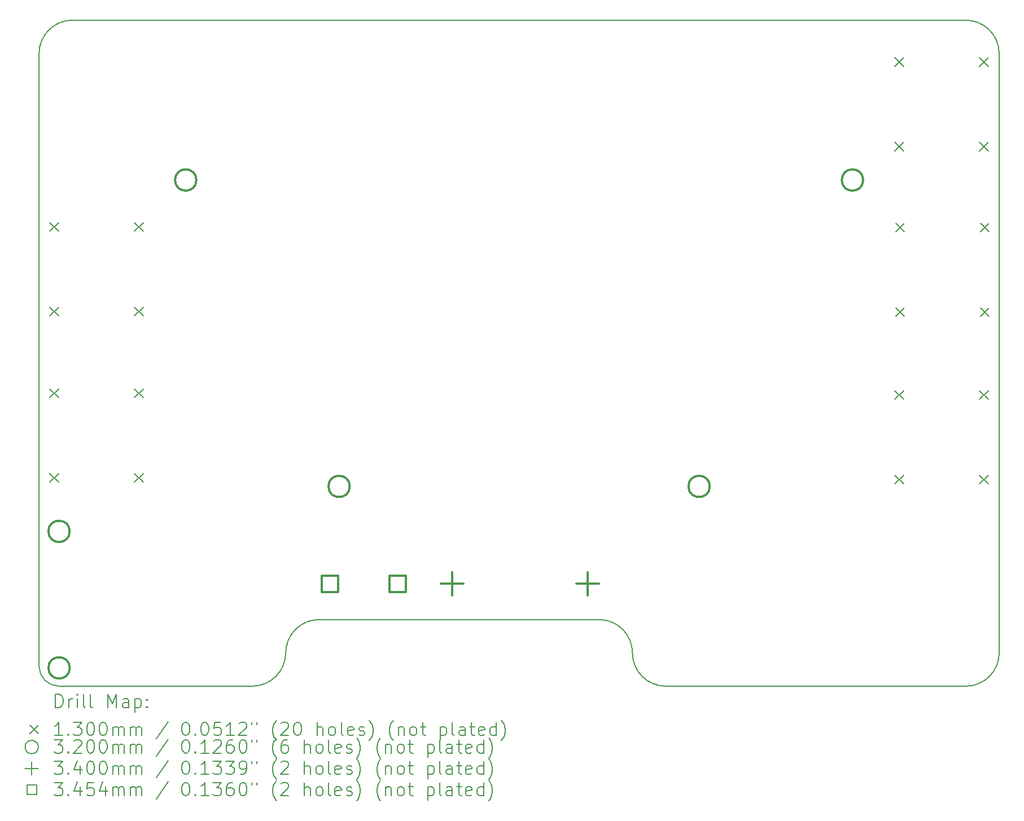
<source format=gbr>
%TF.GenerationSoftware,KiCad,Pcbnew,(6.0.7-1)-1*%
%TF.CreationDate,2022-12-01T13:22:50-08:00*%
%TF.ProjectId,UrbanSteering,55726261-6e53-4746-9565-72696e672e6b,rev?*%
%TF.SameCoordinates,Original*%
%TF.FileFunction,Drillmap*%
%TF.FilePolarity,Positive*%
%FSLAX45Y45*%
G04 Gerber Fmt 4.5, Leading zero omitted, Abs format (unit mm)*
G04 Created by KiCad (PCBNEW (6.0.7-1)-1) date 2022-12-01 13:22:50*
%MOMM*%
%LPD*%
G01*
G04 APERTURE LIST*
%ADD10C,0.200000*%
%ADD11C,0.050000*%
%ADD12C,0.130000*%
%ADD13C,0.320000*%
%ADD14C,0.340000*%
%ADD15C,0.345440*%
G04 APERTURE END LIST*
D10*
X13200000Y-15000000D02*
X10300000Y-15000000D01*
X13200000Y-15000000D02*
G75*
G03*
X13700000Y-14500000I-5738J505738D01*
G01*
X10500000Y-5000000D02*
G75*
G03*
X10000000Y-5500000I0J-500000D01*
G01*
X10000000Y-14700000D02*
G75*
G03*
X10300000Y-15000000I300000J0D01*
G01*
X23900000Y-15000000D02*
X19400000Y-15000000D01*
X14200000Y-14000000D02*
X18400000Y-14000000D01*
X14200000Y-14000000D02*
G75*
G03*
X13700000Y-14500000I0J-500000D01*
G01*
X10000000Y-14700000D02*
X10000000Y-5500000D01*
X24400000Y-14500000D02*
X24400000Y-5500000D01*
X24400000Y-5500000D02*
G75*
G03*
X23900000Y-5000000I-500000J0D01*
G01*
D11*
X13700000Y-14500000D02*
X13700000Y-14500000D01*
D10*
X18900000Y-14500000D02*
G75*
G03*
X18400000Y-14000000I-500000J0D01*
G01*
X23900000Y-15000000D02*
G75*
G03*
X24400000Y-14500000I0J500000D01*
G01*
X18900000Y-14500000D02*
G75*
G03*
X19400000Y-15000000I500000J0D01*
G01*
X10500000Y-5000000D02*
X23900000Y-5000000D01*
D12*
X10162000Y-8038000D02*
X10292000Y-8168000D01*
X10292000Y-8038000D02*
X10162000Y-8168000D01*
X10162000Y-9308000D02*
X10292000Y-9438000D01*
X10292000Y-9308000D02*
X10162000Y-9438000D01*
X10162000Y-10538000D02*
X10292000Y-10668000D01*
X10292000Y-10538000D02*
X10162000Y-10668000D01*
X10162000Y-11808000D02*
X10292000Y-11938000D01*
X10292000Y-11808000D02*
X10162000Y-11938000D01*
X11432000Y-8038000D02*
X11562000Y-8168000D01*
X11562000Y-8038000D02*
X11432000Y-8168000D01*
X11432000Y-9308000D02*
X11562000Y-9438000D01*
X11562000Y-9308000D02*
X11432000Y-9438000D01*
X11432000Y-10538000D02*
X11562000Y-10668000D01*
X11562000Y-10538000D02*
X11432000Y-10668000D01*
X11432000Y-11808000D02*
X11562000Y-11938000D01*
X11562000Y-11808000D02*
X11432000Y-11938000D01*
X22838000Y-5562000D02*
X22968000Y-5692000D01*
X22968000Y-5562000D02*
X22838000Y-5692000D01*
X22838000Y-6832000D02*
X22968000Y-6962000D01*
X22968000Y-6832000D02*
X22838000Y-6962000D01*
X22838000Y-10562000D02*
X22968000Y-10692000D01*
X22968000Y-10562000D02*
X22838000Y-10692000D01*
X22838000Y-11832000D02*
X22968000Y-11962000D01*
X22968000Y-11832000D02*
X22838000Y-11962000D01*
X22850000Y-8050000D02*
X22980000Y-8180000D01*
X22980000Y-8050000D02*
X22850000Y-8180000D01*
X22850000Y-9320000D02*
X22980000Y-9450000D01*
X22980000Y-9320000D02*
X22850000Y-9450000D01*
X24108000Y-5562000D02*
X24238000Y-5692000D01*
X24238000Y-5562000D02*
X24108000Y-5692000D01*
X24108000Y-6832000D02*
X24238000Y-6962000D01*
X24238000Y-6832000D02*
X24108000Y-6962000D01*
X24108000Y-10562000D02*
X24238000Y-10692000D01*
X24238000Y-10562000D02*
X24108000Y-10692000D01*
X24108000Y-11832000D02*
X24238000Y-11962000D01*
X24238000Y-11832000D02*
X24108000Y-11962000D01*
X24120000Y-8050000D02*
X24250000Y-8180000D01*
X24250000Y-8050000D02*
X24120000Y-8180000D01*
X24120000Y-9320000D02*
X24250000Y-9450000D01*
X24250000Y-9320000D02*
X24120000Y-9450000D01*
D13*
X10460000Y-12675000D02*
G75*
G03*
X10460000Y-12675000I-160000J0D01*
G01*
X10460000Y-14725000D02*
G75*
G03*
X10460000Y-14725000I-160000J0D01*
G01*
X12360000Y-7400000D02*
G75*
G03*
X12360000Y-7400000I-160000J0D01*
G01*
X14660000Y-12000000D02*
G75*
G03*
X14660000Y-12000000I-160000J0D01*
G01*
X20060000Y-12000000D02*
G75*
G03*
X20060000Y-12000000I-160000J0D01*
G01*
X22360000Y-7400000D02*
G75*
G03*
X22360000Y-7400000I-160000J0D01*
G01*
D14*
X16195000Y-13294000D02*
X16195000Y-13634000D01*
X16025000Y-13464000D02*
X16365000Y-13464000D01*
X18227000Y-13294000D02*
X18227000Y-13634000D01*
X18057000Y-13464000D02*
X18397000Y-13464000D01*
D15*
X14483133Y-13586133D02*
X14483133Y-13341867D01*
X14238867Y-13341867D01*
X14238867Y-13586133D01*
X14483133Y-13586133D01*
X15499133Y-13586133D02*
X15499133Y-13341867D01*
X15254867Y-13341867D01*
X15254867Y-13586133D01*
X15499133Y-13586133D01*
D10*
X10247619Y-15320476D02*
X10247619Y-15120476D01*
X10295238Y-15120476D01*
X10323810Y-15130000D01*
X10342857Y-15149048D01*
X10352381Y-15168095D01*
X10361905Y-15206190D01*
X10361905Y-15234762D01*
X10352381Y-15272857D01*
X10342857Y-15291905D01*
X10323810Y-15310952D01*
X10295238Y-15320476D01*
X10247619Y-15320476D01*
X10447619Y-15320476D02*
X10447619Y-15187143D01*
X10447619Y-15225238D02*
X10457143Y-15206190D01*
X10466667Y-15196667D01*
X10485714Y-15187143D01*
X10504762Y-15187143D01*
X10571429Y-15320476D02*
X10571429Y-15187143D01*
X10571429Y-15120476D02*
X10561905Y-15130000D01*
X10571429Y-15139524D01*
X10580952Y-15130000D01*
X10571429Y-15120476D01*
X10571429Y-15139524D01*
X10695238Y-15320476D02*
X10676190Y-15310952D01*
X10666667Y-15291905D01*
X10666667Y-15120476D01*
X10800000Y-15320476D02*
X10780952Y-15310952D01*
X10771429Y-15291905D01*
X10771429Y-15120476D01*
X11028571Y-15320476D02*
X11028571Y-15120476D01*
X11095238Y-15263333D01*
X11161905Y-15120476D01*
X11161905Y-15320476D01*
X11342857Y-15320476D02*
X11342857Y-15215714D01*
X11333333Y-15196667D01*
X11314286Y-15187143D01*
X11276190Y-15187143D01*
X11257143Y-15196667D01*
X11342857Y-15310952D02*
X11323809Y-15320476D01*
X11276190Y-15320476D01*
X11257143Y-15310952D01*
X11247619Y-15291905D01*
X11247619Y-15272857D01*
X11257143Y-15253809D01*
X11276190Y-15244286D01*
X11323809Y-15244286D01*
X11342857Y-15234762D01*
X11438095Y-15187143D02*
X11438095Y-15387143D01*
X11438095Y-15196667D02*
X11457143Y-15187143D01*
X11495238Y-15187143D01*
X11514286Y-15196667D01*
X11523809Y-15206190D01*
X11533333Y-15225238D01*
X11533333Y-15282381D01*
X11523809Y-15301428D01*
X11514286Y-15310952D01*
X11495238Y-15320476D01*
X11457143Y-15320476D01*
X11438095Y-15310952D01*
X11619048Y-15301428D02*
X11628571Y-15310952D01*
X11619048Y-15320476D01*
X11609524Y-15310952D01*
X11619048Y-15301428D01*
X11619048Y-15320476D01*
X11619048Y-15196667D02*
X11628571Y-15206190D01*
X11619048Y-15215714D01*
X11609524Y-15206190D01*
X11619048Y-15196667D01*
X11619048Y-15215714D01*
D12*
X9860000Y-15585000D02*
X9990000Y-15715000D01*
X9990000Y-15585000D02*
X9860000Y-15715000D01*
D10*
X10352381Y-15740476D02*
X10238095Y-15740476D01*
X10295238Y-15740476D02*
X10295238Y-15540476D01*
X10276190Y-15569048D01*
X10257143Y-15588095D01*
X10238095Y-15597619D01*
X10438095Y-15721428D02*
X10447619Y-15730952D01*
X10438095Y-15740476D01*
X10428571Y-15730952D01*
X10438095Y-15721428D01*
X10438095Y-15740476D01*
X10514286Y-15540476D02*
X10638095Y-15540476D01*
X10571429Y-15616667D01*
X10600000Y-15616667D01*
X10619048Y-15626190D01*
X10628571Y-15635714D01*
X10638095Y-15654762D01*
X10638095Y-15702381D01*
X10628571Y-15721428D01*
X10619048Y-15730952D01*
X10600000Y-15740476D01*
X10542857Y-15740476D01*
X10523810Y-15730952D01*
X10514286Y-15721428D01*
X10761905Y-15540476D02*
X10780952Y-15540476D01*
X10800000Y-15550000D01*
X10809524Y-15559524D01*
X10819048Y-15578571D01*
X10828571Y-15616667D01*
X10828571Y-15664286D01*
X10819048Y-15702381D01*
X10809524Y-15721428D01*
X10800000Y-15730952D01*
X10780952Y-15740476D01*
X10761905Y-15740476D01*
X10742857Y-15730952D01*
X10733333Y-15721428D01*
X10723810Y-15702381D01*
X10714286Y-15664286D01*
X10714286Y-15616667D01*
X10723810Y-15578571D01*
X10733333Y-15559524D01*
X10742857Y-15550000D01*
X10761905Y-15540476D01*
X10952381Y-15540476D02*
X10971429Y-15540476D01*
X10990476Y-15550000D01*
X11000000Y-15559524D01*
X11009524Y-15578571D01*
X11019048Y-15616667D01*
X11019048Y-15664286D01*
X11009524Y-15702381D01*
X11000000Y-15721428D01*
X10990476Y-15730952D01*
X10971429Y-15740476D01*
X10952381Y-15740476D01*
X10933333Y-15730952D01*
X10923810Y-15721428D01*
X10914286Y-15702381D01*
X10904762Y-15664286D01*
X10904762Y-15616667D01*
X10914286Y-15578571D01*
X10923810Y-15559524D01*
X10933333Y-15550000D01*
X10952381Y-15540476D01*
X11104762Y-15740476D02*
X11104762Y-15607143D01*
X11104762Y-15626190D02*
X11114286Y-15616667D01*
X11133333Y-15607143D01*
X11161905Y-15607143D01*
X11180952Y-15616667D01*
X11190476Y-15635714D01*
X11190476Y-15740476D01*
X11190476Y-15635714D02*
X11200000Y-15616667D01*
X11219048Y-15607143D01*
X11247619Y-15607143D01*
X11266667Y-15616667D01*
X11276190Y-15635714D01*
X11276190Y-15740476D01*
X11371428Y-15740476D02*
X11371428Y-15607143D01*
X11371428Y-15626190D02*
X11380952Y-15616667D01*
X11400000Y-15607143D01*
X11428571Y-15607143D01*
X11447619Y-15616667D01*
X11457143Y-15635714D01*
X11457143Y-15740476D01*
X11457143Y-15635714D02*
X11466667Y-15616667D01*
X11485714Y-15607143D01*
X11514286Y-15607143D01*
X11533333Y-15616667D01*
X11542857Y-15635714D01*
X11542857Y-15740476D01*
X11933333Y-15530952D02*
X11761905Y-15788095D01*
X12190476Y-15540476D02*
X12209524Y-15540476D01*
X12228571Y-15550000D01*
X12238095Y-15559524D01*
X12247619Y-15578571D01*
X12257143Y-15616667D01*
X12257143Y-15664286D01*
X12247619Y-15702381D01*
X12238095Y-15721428D01*
X12228571Y-15730952D01*
X12209524Y-15740476D01*
X12190476Y-15740476D01*
X12171428Y-15730952D01*
X12161905Y-15721428D01*
X12152381Y-15702381D01*
X12142857Y-15664286D01*
X12142857Y-15616667D01*
X12152381Y-15578571D01*
X12161905Y-15559524D01*
X12171428Y-15550000D01*
X12190476Y-15540476D01*
X12342857Y-15721428D02*
X12352381Y-15730952D01*
X12342857Y-15740476D01*
X12333333Y-15730952D01*
X12342857Y-15721428D01*
X12342857Y-15740476D01*
X12476190Y-15540476D02*
X12495238Y-15540476D01*
X12514286Y-15550000D01*
X12523809Y-15559524D01*
X12533333Y-15578571D01*
X12542857Y-15616667D01*
X12542857Y-15664286D01*
X12533333Y-15702381D01*
X12523809Y-15721428D01*
X12514286Y-15730952D01*
X12495238Y-15740476D01*
X12476190Y-15740476D01*
X12457143Y-15730952D01*
X12447619Y-15721428D01*
X12438095Y-15702381D01*
X12428571Y-15664286D01*
X12428571Y-15616667D01*
X12438095Y-15578571D01*
X12447619Y-15559524D01*
X12457143Y-15550000D01*
X12476190Y-15540476D01*
X12723809Y-15540476D02*
X12628571Y-15540476D01*
X12619048Y-15635714D01*
X12628571Y-15626190D01*
X12647619Y-15616667D01*
X12695238Y-15616667D01*
X12714286Y-15626190D01*
X12723809Y-15635714D01*
X12733333Y-15654762D01*
X12733333Y-15702381D01*
X12723809Y-15721428D01*
X12714286Y-15730952D01*
X12695238Y-15740476D01*
X12647619Y-15740476D01*
X12628571Y-15730952D01*
X12619048Y-15721428D01*
X12923809Y-15740476D02*
X12809524Y-15740476D01*
X12866667Y-15740476D02*
X12866667Y-15540476D01*
X12847619Y-15569048D01*
X12828571Y-15588095D01*
X12809524Y-15597619D01*
X13000000Y-15559524D02*
X13009524Y-15550000D01*
X13028571Y-15540476D01*
X13076190Y-15540476D01*
X13095238Y-15550000D01*
X13104762Y-15559524D01*
X13114286Y-15578571D01*
X13114286Y-15597619D01*
X13104762Y-15626190D01*
X12990476Y-15740476D01*
X13114286Y-15740476D01*
X13190476Y-15540476D02*
X13190476Y-15578571D01*
X13266667Y-15540476D02*
X13266667Y-15578571D01*
X13561905Y-15816667D02*
X13552381Y-15807143D01*
X13533333Y-15778571D01*
X13523809Y-15759524D01*
X13514286Y-15730952D01*
X13504762Y-15683333D01*
X13504762Y-15645238D01*
X13514286Y-15597619D01*
X13523809Y-15569048D01*
X13533333Y-15550000D01*
X13552381Y-15521428D01*
X13561905Y-15511905D01*
X13628571Y-15559524D02*
X13638095Y-15550000D01*
X13657143Y-15540476D01*
X13704762Y-15540476D01*
X13723809Y-15550000D01*
X13733333Y-15559524D01*
X13742857Y-15578571D01*
X13742857Y-15597619D01*
X13733333Y-15626190D01*
X13619048Y-15740476D01*
X13742857Y-15740476D01*
X13866667Y-15540476D02*
X13885714Y-15540476D01*
X13904762Y-15550000D01*
X13914286Y-15559524D01*
X13923809Y-15578571D01*
X13933333Y-15616667D01*
X13933333Y-15664286D01*
X13923809Y-15702381D01*
X13914286Y-15721428D01*
X13904762Y-15730952D01*
X13885714Y-15740476D01*
X13866667Y-15740476D01*
X13847619Y-15730952D01*
X13838095Y-15721428D01*
X13828571Y-15702381D01*
X13819048Y-15664286D01*
X13819048Y-15616667D01*
X13828571Y-15578571D01*
X13838095Y-15559524D01*
X13847619Y-15550000D01*
X13866667Y-15540476D01*
X14171428Y-15740476D02*
X14171428Y-15540476D01*
X14257143Y-15740476D02*
X14257143Y-15635714D01*
X14247619Y-15616667D01*
X14228571Y-15607143D01*
X14200000Y-15607143D01*
X14180952Y-15616667D01*
X14171428Y-15626190D01*
X14380952Y-15740476D02*
X14361905Y-15730952D01*
X14352381Y-15721428D01*
X14342857Y-15702381D01*
X14342857Y-15645238D01*
X14352381Y-15626190D01*
X14361905Y-15616667D01*
X14380952Y-15607143D01*
X14409524Y-15607143D01*
X14428571Y-15616667D01*
X14438095Y-15626190D01*
X14447619Y-15645238D01*
X14447619Y-15702381D01*
X14438095Y-15721428D01*
X14428571Y-15730952D01*
X14409524Y-15740476D01*
X14380952Y-15740476D01*
X14561905Y-15740476D02*
X14542857Y-15730952D01*
X14533333Y-15711905D01*
X14533333Y-15540476D01*
X14714286Y-15730952D02*
X14695238Y-15740476D01*
X14657143Y-15740476D01*
X14638095Y-15730952D01*
X14628571Y-15711905D01*
X14628571Y-15635714D01*
X14638095Y-15616667D01*
X14657143Y-15607143D01*
X14695238Y-15607143D01*
X14714286Y-15616667D01*
X14723809Y-15635714D01*
X14723809Y-15654762D01*
X14628571Y-15673809D01*
X14800000Y-15730952D02*
X14819048Y-15740476D01*
X14857143Y-15740476D01*
X14876190Y-15730952D01*
X14885714Y-15711905D01*
X14885714Y-15702381D01*
X14876190Y-15683333D01*
X14857143Y-15673809D01*
X14828571Y-15673809D01*
X14809524Y-15664286D01*
X14800000Y-15645238D01*
X14800000Y-15635714D01*
X14809524Y-15616667D01*
X14828571Y-15607143D01*
X14857143Y-15607143D01*
X14876190Y-15616667D01*
X14952381Y-15816667D02*
X14961905Y-15807143D01*
X14980952Y-15778571D01*
X14990476Y-15759524D01*
X15000000Y-15730952D01*
X15009524Y-15683333D01*
X15009524Y-15645238D01*
X15000000Y-15597619D01*
X14990476Y-15569048D01*
X14980952Y-15550000D01*
X14961905Y-15521428D01*
X14952381Y-15511905D01*
X15314286Y-15816667D02*
X15304762Y-15807143D01*
X15285714Y-15778571D01*
X15276190Y-15759524D01*
X15266667Y-15730952D01*
X15257143Y-15683333D01*
X15257143Y-15645238D01*
X15266667Y-15597619D01*
X15276190Y-15569048D01*
X15285714Y-15550000D01*
X15304762Y-15521428D01*
X15314286Y-15511905D01*
X15390476Y-15607143D02*
X15390476Y-15740476D01*
X15390476Y-15626190D02*
X15400000Y-15616667D01*
X15419048Y-15607143D01*
X15447619Y-15607143D01*
X15466667Y-15616667D01*
X15476190Y-15635714D01*
X15476190Y-15740476D01*
X15600000Y-15740476D02*
X15580952Y-15730952D01*
X15571428Y-15721428D01*
X15561905Y-15702381D01*
X15561905Y-15645238D01*
X15571428Y-15626190D01*
X15580952Y-15616667D01*
X15600000Y-15607143D01*
X15628571Y-15607143D01*
X15647619Y-15616667D01*
X15657143Y-15626190D01*
X15666667Y-15645238D01*
X15666667Y-15702381D01*
X15657143Y-15721428D01*
X15647619Y-15730952D01*
X15628571Y-15740476D01*
X15600000Y-15740476D01*
X15723809Y-15607143D02*
X15800000Y-15607143D01*
X15752381Y-15540476D02*
X15752381Y-15711905D01*
X15761905Y-15730952D01*
X15780952Y-15740476D01*
X15800000Y-15740476D01*
X16019048Y-15607143D02*
X16019048Y-15807143D01*
X16019048Y-15616667D02*
X16038095Y-15607143D01*
X16076190Y-15607143D01*
X16095238Y-15616667D01*
X16104762Y-15626190D01*
X16114286Y-15645238D01*
X16114286Y-15702381D01*
X16104762Y-15721428D01*
X16095238Y-15730952D01*
X16076190Y-15740476D01*
X16038095Y-15740476D01*
X16019048Y-15730952D01*
X16228571Y-15740476D02*
X16209524Y-15730952D01*
X16200000Y-15711905D01*
X16200000Y-15540476D01*
X16390476Y-15740476D02*
X16390476Y-15635714D01*
X16380952Y-15616667D01*
X16361905Y-15607143D01*
X16323809Y-15607143D01*
X16304762Y-15616667D01*
X16390476Y-15730952D02*
X16371428Y-15740476D01*
X16323809Y-15740476D01*
X16304762Y-15730952D01*
X16295238Y-15711905D01*
X16295238Y-15692857D01*
X16304762Y-15673809D01*
X16323809Y-15664286D01*
X16371428Y-15664286D01*
X16390476Y-15654762D01*
X16457143Y-15607143D02*
X16533333Y-15607143D01*
X16485714Y-15540476D02*
X16485714Y-15711905D01*
X16495238Y-15730952D01*
X16514286Y-15740476D01*
X16533333Y-15740476D01*
X16676190Y-15730952D02*
X16657143Y-15740476D01*
X16619048Y-15740476D01*
X16600000Y-15730952D01*
X16590476Y-15711905D01*
X16590476Y-15635714D01*
X16600000Y-15616667D01*
X16619048Y-15607143D01*
X16657143Y-15607143D01*
X16676190Y-15616667D01*
X16685714Y-15635714D01*
X16685714Y-15654762D01*
X16590476Y-15673809D01*
X16857143Y-15740476D02*
X16857143Y-15540476D01*
X16857143Y-15730952D02*
X16838095Y-15740476D01*
X16800000Y-15740476D01*
X16780952Y-15730952D01*
X16771428Y-15721428D01*
X16761905Y-15702381D01*
X16761905Y-15645238D01*
X16771428Y-15626190D01*
X16780952Y-15616667D01*
X16800000Y-15607143D01*
X16838095Y-15607143D01*
X16857143Y-15616667D01*
X16933333Y-15816667D02*
X16942857Y-15807143D01*
X16961905Y-15778571D01*
X16971429Y-15759524D01*
X16980952Y-15730952D01*
X16990476Y-15683333D01*
X16990476Y-15645238D01*
X16980952Y-15597619D01*
X16971429Y-15569048D01*
X16961905Y-15550000D01*
X16942857Y-15521428D01*
X16933333Y-15511905D01*
X9990000Y-15914000D02*
G75*
G03*
X9990000Y-15914000I-100000J0D01*
G01*
X10228571Y-15804476D02*
X10352381Y-15804476D01*
X10285714Y-15880667D01*
X10314286Y-15880667D01*
X10333333Y-15890190D01*
X10342857Y-15899714D01*
X10352381Y-15918762D01*
X10352381Y-15966381D01*
X10342857Y-15985428D01*
X10333333Y-15994952D01*
X10314286Y-16004476D01*
X10257143Y-16004476D01*
X10238095Y-15994952D01*
X10228571Y-15985428D01*
X10438095Y-15985428D02*
X10447619Y-15994952D01*
X10438095Y-16004476D01*
X10428571Y-15994952D01*
X10438095Y-15985428D01*
X10438095Y-16004476D01*
X10523810Y-15823524D02*
X10533333Y-15814000D01*
X10552381Y-15804476D01*
X10600000Y-15804476D01*
X10619048Y-15814000D01*
X10628571Y-15823524D01*
X10638095Y-15842571D01*
X10638095Y-15861619D01*
X10628571Y-15890190D01*
X10514286Y-16004476D01*
X10638095Y-16004476D01*
X10761905Y-15804476D02*
X10780952Y-15804476D01*
X10800000Y-15814000D01*
X10809524Y-15823524D01*
X10819048Y-15842571D01*
X10828571Y-15880667D01*
X10828571Y-15928286D01*
X10819048Y-15966381D01*
X10809524Y-15985428D01*
X10800000Y-15994952D01*
X10780952Y-16004476D01*
X10761905Y-16004476D01*
X10742857Y-15994952D01*
X10733333Y-15985428D01*
X10723810Y-15966381D01*
X10714286Y-15928286D01*
X10714286Y-15880667D01*
X10723810Y-15842571D01*
X10733333Y-15823524D01*
X10742857Y-15814000D01*
X10761905Y-15804476D01*
X10952381Y-15804476D02*
X10971429Y-15804476D01*
X10990476Y-15814000D01*
X11000000Y-15823524D01*
X11009524Y-15842571D01*
X11019048Y-15880667D01*
X11019048Y-15928286D01*
X11009524Y-15966381D01*
X11000000Y-15985428D01*
X10990476Y-15994952D01*
X10971429Y-16004476D01*
X10952381Y-16004476D01*
X10933333Y-15994952D01*
X10923810Y-15985428D01*
X10914286Y-15966381D01*
X10904762Y-15928286D01*
X10904762Y-15880667D01*
X10914286Y-15842571D01*
X10923810Y-15823524D01*
X10933333Y-15814000D01*
X10952381Y-15804476D01*
X11104762Y-16004476D02*
X11104762Y-15871143D01*
X11104762Y-15890190D02*
X11114286Y-15880667D01*
X11133333Y-15871143D01*
X11161905Y-15871143D01*
X11180952Y-15880667D01*
X11190476Y-15899714D01*
X11190476Y-16004476D01*
X11190476Y-15899714D02*
X11200000Y-15880667D01*
X11219048Y-15871143D01*
X11247619Y-15871143D01*
X11266667Y-15880667D01*
X11276190Y-15899714D01*
X11276190Y-16004476D01*
X11371428Y-16004476D02*
X11371428Y-15871143D01*
X11371428Y-15890190D02*
X11380952Y-15880667D01*
X11400000Y-15871143D01*
X11428571Y-15871143D01*
X11447619Y-15880667D01*
X11457143Y-15899714D01*
X11457143Y-16004476D01*
X11457143Y-15899714D02*
X11466667Y-15880667D01*
X11485714Y-15871143D01*
X11514286Y-15871143D01*
X11533333Y-15880667D01*
X11542857Y-15899714D01*
X11542857Y-16004476D01*
X11933333Y-15794952D02*
X11761905Y-16052095D01*
X12190476Y-15804476D02*
X12209524Y-15804476D01*
X12228571Y-15814000D01*
X12238095Y-15823524D01*
X12247619Y-15842571D01*
X12257143Y-15880667D01*
X12257143Y-15928286D01*
X12247619Y-15966381D01*
X12238095Y-15985428D01*
X12228571Y-15994952D01*
X12209524Y-16004476D01*
X12190476Y-16004476D01*
X12171428Y-15994952D01*
X12161905Y-15985428D01*
X12152381Y-15966381D01*
X12142857Y-15928286D01*
X12142857Y-15880667D01*
X12152381Y-15842571D01*
X12161905Y-15823524D01*
X12171428Y-15814000D01*
X12190476Y-15804476D01*
X12342857Y-15985428D02*
X12352381Y-15994952D01*
X12342857Y-16004476D01*
X12333333Y-15994952D01*
X12342857Y-15985428D01*
X12342857Y-16004476D01*
X12542857Y-16004476D02*
X12428571Y-16004476D01*
X12485714Y-16004476D02*
X12485714Y-15804476D01*
X12466667Y-15833048D01*
X12447619Y-15852095D01*
X12428571Y-15861619D01*
X12619048Y-15823524D02*
X12628571Y-15814000D01*
X12647619Y-15804476D01*
X12695238Y-15804476D01*
X12714286Y-15814000D01*
X12723809Y-15823524D01*
X12733333Y-15842571D01*
X12733333Y-15861619D01*
X12723809Y-15890190D01*
X12609524Y-16004476D01*
X12733333Y-16004476D01*
X12904762Y-15804476D02*
X12866667Y-15804476D01*
X12847619Y-15814000D01*
X12838095Y-15823524D01*
X12819048Y-15852095D01*
X12809524Y-15890190D01*
X12809524Y-15966381D01*
X12819048Y-15985428D01*
X12828571Y-15994952D01*
X12847619Y-16004476D01*
X12885714Y-16004476D01*
X12904762Y-15994952D01*
X12914286Y-15985428D01*
X12923809Y-15966381D01*
X12923809Y-15918762D01*
X12914286Y-15899714D01*
X12904762Y-15890190D01*
X12885714Y-15880667D01*
X12847619Y-15880667D01*
X12828571Y-15890190D01*
X12819048Y-15899714D01*
X12809524Y-15918762D01*
X13047619Y-15804476D02*
X13066667Y-15804476D01*
X13085714Y-15814000D01*
X13095238Y-15823524D01*
X13104762Y-15842571D01*
X13114286Y-15880667D01*
X13114286Y-15928286D01*
X13104762Y-15966381D01*
X13095238Y-15985428D01*
X13085714Y-15994952D01*
X13066667Y-16004476D01*
X13047619Y-16004476D01*
X13028571Y-15994952D01*
X13019048Y-15985428D01*
X13009524Y-15966381D01*
X13000000Y-15928286D01*
X13000000Y-15880667D01*
X13009524Y-15842571D01*
X13019048Y-15823524D01*
X13028571Y-15814000D01*
X13047619Y-15804476D01*
X13190476Y-15804476D02*
X13190476Y-15842571D01*
X13266667Y-15804476D02*
X13266667Y-15842571D01*
X13561905Y-16080667D02*
X13552381Y-16071143D01*
X13533333Y-16042571D01*
X13523809Y-16023524D01*
X13514286Y-15994952D01*
X13504762Y-15947333D01*
X13504762Y-15909238D01*
X13514286Y-15861619D01*
X13523809Y-15833048D01*
X13533333Y-15814000D01*
X13552381Y-15785428D01*
X13561905Y-15775905D01*
X13723809Y-15804476D02*
X13685714Y-15804476D01*
X13666667Y-15814000D01*
X13657143Y-15823524D01*
X13638095Y-15852095D01*
X13628571Y-15890190D01*
X13628571Y-15966381D01*
X13638095Y-15985428D01*
X13647619Y-15994952D01*
X13666667Y-16004476D01*
X13704762Y-16004476D01*
X13723809Y-15994952D01*
X13733333Y-15985428D01*
X13742857Y-15966381D01*
X13742857Y-15918762D01*
X13733333Y-15899714D01*
X13723809Y-15890190D01*
X13704762Y-15880667D01*
X13666667Y-15880667D01*
X13647619Y-15890190D01*
X13638095Y-15899714D01*
X13628571Y-15918762D01*
X13980952Y-16004476D02*
X13980952Y-15804476D01*
X14066667Y-16004476D02*
X14066667Y-15899714D01*
X14057143Y-15880667D01*
X14038095Y-15871143D01*
X14009524Y-15871143D01*
X13990476Y-15880667D01*
X13980952Y-15890190D01*
X14190476Y-16004476D02*
X14171428Y-15994952D01*
X14161905Y-15985428D01*
X14152381Y-15966381D01*
X14152381Y-15909238D01*
X14161905Y-15890190D01*
X14171428Y-15880667D01*
X14190476Y-15871143D01*
X14219048Y-15871143D01*
X14238095Y-15880667D01*
X14247619Y-15890190D01*
X14257143Y-15909238D01*
X14257143Y-15966381D01*
X14247619Y-15985428D01*
X14238095Y-15994952D01*
X14219048Y-16004476D01*
X14190476Y-16004476D01*
X14371428Y-16004476D02*
X14352381Y-15994952D01*
X14342857Y-15975905D01*
X14342857Y-15804476D01*
X14523809Y-15994952D02*
X14504762Y-16004476D01*
X14466667Y-16004476D01*
X14447619Y-15994952D01*
X14438095Y-15975905D01*
X14438095Y-15899714D01*
X14447619Y-15880667D01*
X14466667Y-15871143D01*
X14504762Y-15871143D01*
X14523809Y-15880667D01*
X14533333Y-15899714D01*
X14533333Y-15918762D01*
X14438095Y-15937809D01*
X14609524Y-15994952D02*
X14628571Y-16004476D01*
X14666667Y-16004476D01*
X14685714Y-15994952D01*
X14695238Y-15975905D01*
X14695238Y-15966381D01*
X14685714Y-15947333D01*
X14666667Y-15937809D01*
X14638095Y-15937809D01*
X14619048Y-15928286D01*
X14609524Y-15909238D01*
X14609524Y-15899714D01*
X14619048Y-15880667D01*
X14638095Y-15871143D01*
X14666667Y-15871143D01*
X14685714Y-15880667D01*
X14761905Y-16080667D02*
X14771428Y-16071143D01*
X14790476Y-16042571D01*
X14800000Y-16023524D01*
X14809524Y-15994952D01*
X14819048Y-15947333D01*
X14819048Y-15909238D01*
X14809524Y-15861619D01*
X14800000Y-15833048D01*
X14790476Y-15814000D01*
X14771428Y-15785428D01*
X14761905Y-15775905D01*
X15123809Y-16080667D02*
X15114286Y-16071143D01*
X15095238Y-16042571D01*
X15085714Y-16023524D01*
X15076190Y-15994952D01*
X15066667Y-15947333D01*
X15066667Y-15909238D01*
X15076190Y-15861619D01*
X15085714Y-15833048D01*
X15095238Y-15814000D01*
X15114286Y-15785428D01*
X15123809Y-15775905D01*
X15200000Y-15871143D02*
X15200000Y-16004476D01*
X15200000Y-15890190D02*
X15209524Y-15880667D01*
X15228571Y-15871143D01*
X15257143Y-15871143D01*
X15276190Y-15880667D01*
X15285714Y-15899714D01*
X15285714Y-16004476D01*
X15409524Y-16004476D02*
X15390476Y-15994952D01*
X15380952Y-15985428D01*
X15371428Y-15966381D01*
X15371428Y-15909238D01*
X15380952Y-15890190D01*
X15390476Y-15880667D01*
X15409524Y-15871143D01*
X15438095Y-15871143D01*
X15457143Y-15880667D01*
X15466667Y-15890190D01*
X15476190Y-15909238D01*
X15476190Y-15966381D01*
X15466667Y-15985428D01*
X15457143Y-15994952D01*
X15438095Y-16004476D01*
X15409524Y-16004476D01*
X15533333Y-15871143D02*
X15609524Y-15871143D01*
X15561905Y-15804476D02*
X15561905Y-15975905D01*
X15571428Y-15994952D01*
X15590476Y-16004476D01*
X15609524Y-16004476D01*
X15828571Y-15871143D02*
X15828571Y-16071143D01*
X15828571Y-15880667D02*
X15847619Y-15871143D01*
X15885714Y-15871143D01*
X15904762Y-15880667D01*
X15914286Y-15890190D01*
X15923809Y-15909238D01*
X15923809Y-15966381D01*
X15914286Y-15985428D01*
X15904762Y-15994952D01*
X15885714Y-16004476D01*
X15847619Y-16004476D01*
X15828571Y-15994952D01*
X16038095Y-16004476D02*
X16019048Y-15994952D01*
X16009524Y-15975905D01*
X16009524Y-15804476D01*
X16200000Y-16004476D02*
X16200000Y-15899714D01*
X16190476Y-15880667D01*
X16171428Y-15871143D01*
X16133333Y-15871143D01*
X16114286Y-15880667D01*
X16200000Y-15994952D02*
X16180952Y-16004476D01*
X16133333Y-16004476D01*
X16114286Y-15994952D01*
X16104762Y-15975905D01*
X16104762Y-15956857D01*
X16114286Y-15937809D01*
X16133333Y-15928286D01*
X16180952Y-15928286D01*
X16200000Y-15918762D01*
X16266667Y-15871143D02*
X16342857Y-15871143D01*
X16295238Y-15804476D02*
X16295238Y-15975905D01*
X16304762Y-15994952D01*
X16323809Y-16004476D01*
X16342857Y-16004476D01*
X16485714Y-15994952D02*
X16466667Y-16004476D01*
X16428571Y-16004476D01*
X16409524Y-15994952D01*
X16400000Y-15975905D01*
X16400000Y-15899714D01*
X16409524Y-15880667D01*
X16428571Y-15871143D01*
X16466667Y-15871143D01*
X16485714Y-15880667D01*
X16495238Y-15899714D01*
X16495238Y-15918762D01*
X16400000Y-15937809D01*
X16666667Y-16004476D02*
X16666667Y-15804476D01*
X16666667Y-15994952D02*
X16647619Y-16004476D01*
X16609524Y-16004476D01*
X16590476Y-15994952D01*
X16580952Y-15985428D01*
X16571428Y-15966381D01*
X16571428Y-15909238D01*
X16580952Y-15890190D01*
X16590476Y-15880667D01*
X16609524Y-15871143D01*
X16647619Y-15871143D01*
X16666667Y-15880667D01*
X16742857Y-16080667D02*
X16752381Y-16071143D01*
X16771428Y-16042571D01*
X16780952Y-16023524D01*
X16790476Y-15994952D01*
X16800000Y-15947333D01*
X16800000Y-15909238D01*
X16790476Y-15861619D01*
X16780952Y-15833048D01*
X16771428Y-15814000D01*
X16752381Y-15785428D01*
X16742857Y-15775905D01*
X9890000Y-16134000D02*
X9890000Y-16334000D01*
X9790000Y-16234000D02*
X9990000Y-16234000D01*
X10228571Y-16124476D02*
X10352381Y-16124476D01*
X10285714Y-16200667D01*
X10314286Y-16200667D01*
X10333333Y-16210190D01*
X10342857Y-16219714D01*
X10352381Y-16238762D01*
X10352381Y-16286381D01*
X10342857Y-16305428D01*
X10333333Y-16314952D01*
X10314286Y-16324476D01*
X10257143Y-16324476D01*
X10238095Y-16314952D01*
X10228571Y-16305428D01*
X10438095Y-16305428D02*
X10447619Y-16314952D01*
X10438095Y-16324476D01*
X10428571Y-16314952D01*
X10438095Y-16305428D01*
X10438095Y-16324476D01*
X10619048Y-16191143D02*
X10619048Y-16324476D01*
X10571429Y-16114952D02*
X10523810Y-16257809D01*
X10647619Y-16257809D01*
X10761905Y-16124476D02*
X10780952Y-16124476D01*
X10800000Y-16134000D01*
X10809524Y-16143524D01*
X10819048Y-16162571D01*
X10828571Y-16200667D01*
X10828571Y-16248286D01*
X10819048Y-16286381D01*
X10809524Y-16305428D01*
X10800000Y-16314952D01*
X10780952Y-16324476D01*
X10761905Y-16324476D01*
X10742857Y-16314952D01*
X10733333Y-16305428D01*
X10723810Y-16286381D01*
X10714286Y-16248286D01*
X10714286Y-16200667D01*
X10723810Y-16162571D01*
X10733333Y-16143524D01*
X10742857Y-16134000D01*
X10761905Y-16124476D01*
X10952381Y-16124476D02*
X10971429Y-16124476D01*
X10990476Y-16134000D01*
X11000000Y-16143524D01*
X11009524Y-16162571D01*
X11019048Y-16200667D01*
X11019048Y-16248286D01*
X11009524Y-16286381D01*
X11000000Y-16305428D01*
X10990476Y-16314952D01*
X10971429Y-16324476D01*
X10952381Y-16324476D01*
X10933333Y-16314952D01*
X10923810Y-16305428D01*
X10914286Y-16286381D01*
X10904762Y-16248286D01*
X10904762Y-16200667D01*
X10914286Y-16162571D01*
X10923810Y-16143524D01*
X10933333Y-16134000D01*
X10952381Y-16124476D01*
X11104762Y-16324476D02*
X11104762Y-16191143D01*
X11104762Y-16210190D02*
X11114286Y-16200667D01*
X11133333Y-16191143D01*
X11161905Y-16191143D01*
X11180952Y-16200667D01*
X11190476Y-16219714D01*
X11190476Y-16324476D01*
X11190476Y-16219714D02*
X11200000Y-16200667D01*
X11219048Y-16191143D01*
X11247619Y-16191143D01*
X11266667Y-16200667D01*
X11276190Y-16219714D01*
X11276190Y-16324476D01*
X11371428Y-16324476D02*
X11371428Y-16191143D01*
X11371428Y-16210190D02*
X11380952Y-16200667D01*
X11400000Y-16191143D01*
X11428571Y-16191143D01*
X11447619Y-16200667D01*
X11457143Y-16219714D01*
X11457143Y-16324476D01*
X11457143Y-16219714D02*
X11466667Y-16200667D01*
X11485714Y-16191143D01*
X11514286Y-16191143D01*
X11533333Y-16200667D01*
X11542857Y-16219714D01*
X11542857Y-16324476D01*
X11933333Y-16114952D02*
X11761905Y-16372095D01*
X12190476Y-16124476D02*
X12209524Y-16124476D01*
X12228571Y-16134000D01*
X12238095Y-16143524D01*
X12247619Y-16162571D01*
X12257143Y-16200667D01*
X12257143Y-16248286D01*
X12247619Y-16286381D01*
X12238095Y-16305428D01*
X12228571Y-16314952D01*
X12209524Y-16324476D01*
X12190476Y-16324476D01*
X12171428Y-16314952D01*
X12161905Y-16305428D01*
X12152381Y-16286381D01*
X12142857Y-16248286D01*
X12142857Y-16200667D01*
X12152381Y-16162571D01*
X12161905Y-16143524D01*
X12171428Y-16134000D01*
X12190476Y-16124476D01*
X12342857Y-16305428D02*
X12352381Y-16314952D01*
X12342857Y-16324476D01*
X12333333Y-16314952D01*
X12342857Y-16305428D01*
X12342857Y-16324476D01*
X12542857Y-16324476D02*
X12428571Y-16324476D01*
X12485714Y-16324476D02*
X12485714Y-16124476D01*
X12466667Y-16153048D01*
X12447619Y-16172095D01*
X12428571Y-16181619D01*
X12609524Y-16124476D02*
X12733333Y-16124476D01*
X12666667Y-16200667D01*
X12695238Y-16200667D01*
X12714286Y-16210190D01*
X12723809Y-16219714D01*
X12733333Y-16238762D01*
X12733333Y-16286381D01*
X12723809Y-16305428D01*
X12714286Y-16314952D01*
X12695238Y-16324476D01*
X12638095Y-16324476D01*
X12619048Y-16314952D01*
X12609524Y-16305428D01*
X12800000Y-16124476D02*
X12923809Y-16124476D01*
X12857143Y-16200667D01*
X12885714Y-16200667D01*
X12904762Y-16210190D01*
X12914286Y-16219714D01*
X12923809Y-16238762D01*
X12923809Y-16286381D01*
X12914286Y-16305428D01*
X12904762Y-16314952D01*
X12885714Y-16324476D01*
X12828571Y-16324476D01*
X12809524Y-16314952D01*
X12800000Y-16305428D01*
X13019048Y-16324476D02*
X13057143Y-16324476D01*
X13076190Y-16314952D01*
X13085714Y-16305428D01*
X13104762Y-16276857D01*
X13114286Y-16238762D01*
X13114286Y-16162571D01*
X13104762Y-16143524D01*
X13095238Y-16134000D01*
X13076190Y-16124476D01*
X13038095Y-16124476D01*
X13019048Y-16134000D01*
X13009524Y-16143524D01*
X13000000Y-16162571D01*
X13000000Y-16210190D01*
X13009524Y-16229238D01*
X13019048Y-16238762D01*
X13038095Y-16248286D01*
X13076190Y-16248286D01*
X13095238Y-16238762D01*
X13104762Y-16229238D01*
X13114286Y-16210190D01*
X13190476Y-16124476D02*
X13190476Y-16162571D01*
X13266667Y-16124476D02*
X13266667Y-16162571D01*
X13561905Y-16400667D02*
X13552381Y-16391143D01*
X13533333Y-16362571D01*
X13523809Y-16343524D01*
X13514286Y-16314952D01*
X13504762Y-16267333D01*
X13504762Y-16229238D01*
X13514286Y-16181619D01*
X13523809Y-16153048D01*
X13533333Y-16134000D01*
X13552381Y-16105428D01*
X13561905Y-16095905D01*
X13628571Y-16143524D02*
X13638095Y-16134000D01*
X13657143Y-16124476D01*
X13704762Y-16124476D01*
X13723809Y-16134000D01*
X13733333Y-16143524D01*
X13742857Y-16162571D01*
X13742857Y-16181619D01*
X13733333Y-16210190D01*
X13619048Y-16324476D01*
X13742857Y-16324476D01*
X13980952Y-16324476D02*
X13980952Y-16124476D01*
X14066667Y-16324476D02*
X14066667Y-16219714D01*
X14057143Y-16200667D01*
X14038095Y-16191143D01*
X14009524Y-16191143D01*
X13990476Y-16200667D01*
X13980952Y-16210190D01*
X14190476Y-16324476D02*
X14171428Y-16314952D01*
X14161905Y-16305428D01*
X14152381Y-16286381D01*
X14152381Y-16229238D01*
X14161905Y-16210190D01*
X14171428Y-16200667D01*
X14190476Y-16191143D01*
X14219048Y-16191143D01*
X14238095Y-16200667D01*
X14247619Y-16210190D01*
X14257143Y-16229238D01*
X14257143Y-16286381D01*
X14247619Y-16305428D01*
X14238095Y-16314952D01*
X14219048Y-16324476D01*
X14190476Y-16324476D01*
X14371428Y-16324476D02*
X14352381Y-16314952D01*
X14342857Y-16295905D01*
X14342857Y-16124476D01*
X14523809Y-16314952D02*
X14504762Y-16324476D01*
X14466667Y-16324476D01*
X14447619Y-16314952D01*
X14438095Y-16295905D01*
X14438095Y-16219714D01*
X14447619Y-16200667D01*
X14466667Y-16191143D01*
X14504762Y-16191143D01*
X14523809Y-16200667D01*
X14533333Y-16219714D01*
X14533333Y-16238762D01*
X14438095Y-16257809D01*
X14609524Y-16314952D02*
X14628571Y-16324476D01*
X14666667Y-16324476D01*
X14685714Y-16314952D01*
X14695238Y-16295905D01*
X14695238Y-16286381D01*
X14685714Y-16267333D01*
X14666667Y-16257809D01*
X14638095Y-16257809D01*
X14619048Y-16248286D01*
X14609524Y-16229238D01*
X14609524Y-16219714D01*
X14619048Y-16200667D01*
X14638095Y-16191143D01*
X14666667Y-16191143D01*
X14685714Y-16200667D01*
X14761905Y-16400667D02*
X14771428Y-16391143D01*
X14790476Y-16362571D01*
X14800000Y-16343524D01*
X14809524Y-16314952D01*
X14819048Y-16267333D01*
X14819048Y-16229238D01*
X14809524Y-16181619D01*
X14800000Y-16153048D01*
X14790476Y-16134000D01*
X14771428Y-16105428D01*
X14761905Y-16095905D01*
X15123809Y-16400667D02*
X15114286Y-16391143D01*
X15095238Y-16362571D01*
X15085714Y-16343524D01*
X15076190Y-16314952D01*
X15066667Y-16267333D01*
X15066667Y-16229238D01*
X15076190Y-16181619D01*
X15085714Y-16153048D01*
X15095238Y-16134000D01*
X15114286Y-16105428D01*
X15123809Y-16095905D01*
X15200000Y-16191143D02*
X15200000Y-16324476D01*
X15200000Y-16210190D02*
X15209524Y-16200667D01*
X15228571Y-16191143D01*
X15257143Y-16191143D01*
X15276190Y-16200667D01*
X15285714Y-16219714D01*
X15285714Y-16324476D01*
X15409524Y-16324476D02*
X15390476Y-16314952D01*
X15380952Y-16305428D01*
X15371428Y-16286381D01*
X15371428Y-16229238D01*
X15380952Y-16210190D01*
X15390476Y-16200667D01*
X15409524Y-16191143D01*
X15438095Y-16191143D01*
X15457143Y-16200667D01*
X15466667Y-16210190D01*
X15476190Y-16229238D01*
X15476190Y-16286381D01*
X15466667Y-16305428D01*
X15457143Y-16314952D01*
X15438095Y-16324476D01*
X15409524Y-16324476D01*
X15533333Y-16191143D02*
X15609524Y-16191143D01*
X15561905Y-16124476D02*
X15561905Y-16295905D01*
X15571428Y-16314952D01*
X15590476Y-16324476D01*
X15609524Y-16324476D01*
X15828571Y-16191143D02*
X15828571Y-16391143D01*
X15828571Y-16200667D02*
X15847619Y-16191143D01*
X15885714Y-16191143D01*
X15904762Y-16200667D01*
X15914286Y-16210190D01*
X15923809Y-16229238D01*
X15923809Y-16286381D01*
X15914286Y-16305428D01*
X15904762Y-16314952D01*
X15885714Y-16324476D01*
X15847619Y-16324476D01*
X15828571Y-16314952D01*
X16038095Y-16324476D02*
X16019048Y-16314952D01*
X16009524Y-16295905D01*
X16009524Y-16124476D01*
X16200000Y-16324476D02*
X16200000Y-16219714D01*
X16190476Y-16200667D01*
X16171428Y-16191143D01*
X16133333Y-16191143D01*
X16114286Y-16200667D01*
X16200000Y-16314952D02*
X16180952Y-16324476D01*
X16133333Y-16324476D01*
X16114286Y-16314952D01*
X16104762Y-16295905D01*
X16104762Y-16276857D01*
X16114286Y-16257809D01*
X16133333Y-16248286D01*
X16180952Y-16248286D01*
X16200000Y-16238762D01*
X16266667Y-16191143D02*
X16342857Y-16191143D01*
X16295238Y-16124476D02*
X16295238Y-16295905D01*
X16304762Y-16314952D01*
X16323809Y-16324476D01*
X16342857Y-16324476D01*
X16485714Y-16314952D02*
X16466667Y-16324476D01*
X16428571Y-16324476D01*
X16409524Y-16314952D01*
X16400000Y-16295905D01*
X16400000Y-16219714D01*
X16409524Y-16200667D01*
X16428571Y-16191143D01*
X16466667Y-16191143D01*
X16485714Y-16200667D01*
X16495238Y-16219714D01*
X16495238Y-16238762D01*
X16400000Y-16257809D01*
X16666667Y-16324476D02*
X16666667Y-16124476D01*
X16666667Y-16314952D02*
X16647619Y-16324476D01*
X16609524Y-16324476D01*
X16590476Y-16314952D01*
X16580952Y-16305428D01*
X16571428Y-16286381D01*
X16571428Y-16229238D01*
X16580952Y-16210190D01*
X16590476Y-16200667D01*
X16609524Y-16191143D01*
X16647619Y-16191143D01*
X16666667Y-16200667D01*
X16742857Y-16400667D02*
X16752381Y-16391143D01*
X16771428Y-16362571D01*
X16780952Y-16343524D01*
X16790476Y-16314952D01*
X16800000Y-16267333D01*
X16800000Y-16229238D01*
X16790476Y-16181619D01*
X16780952Y-16153048D01*
X16771428Y-16134000D01*
X16752381Y-16105428D01*
X16742857Y-16095905D01*
X9960711Y-16624711D02*
X9960711Y-16483289D01*
X9819289Y-16483289D01*
X9819289Y-16624711D01*
X9960711Y-16624711D01*
X10228571Y-16444476D02*
X10352381Y-16444476D01*
X10285714Y-16520667D01*
X10314286Y-16520667D01*
X10333333Y-16530190D01*
X10342857Y-16539714D01*
X10352381Y-16558762D01*
X10352381Y-16606381D01*
X10342857Y-16625428D01*
X10333333Y-16634952D01*
X10314286Y-16644476D01*
X10257143Y-16644476D01*
X10238095Y-16634952D01*
X10228571Y-16625428D01*
X10438095Y-16625428D02*
X10447619Y-16634952D01*
X10438095Y-16644476D01*
X10428571Y-16634952D01*
X10438095Y-16625428D01*
X10438095Y-16644476D01*
X10619048Y-16511143D02*
X10619048Y-16644476D01*
X10571429Y-16434952D02*
X10523810Y-16577809D01*
X10647619Y-16577809D01*
X10819048Y-16444476D02*
X10723810Y-16444476D01*
X10714286Y-16539714D01*
X10723810Y-16530190D01*
X10742857Y-16520667D01*
X10790476Y-16520667D01*
X10809524Y-16530190D01*
X10819048Y-16539714D01*
X10828571Y-16558762D01*
X10828571Y-16606381D01*
X10819048Y-16625428D01*
X10809524Y-16634952D01*
X10790476Y-16644476D01*
X10742857Y-16644476D01*
X10723810Y-16634952D01*
X10714286Y-16625428D01*
X11000000Y-16511143D02*
X11000000Y-16644476D01*
X10952381Y-16434952D02*
X10904762Y-16577809D01*
X11028571Y-16577809D01*
X11104762Y-16644476D02*
X11104762Y-16511143D01*
X11104762Y-16530190D02*
X11114286Y-16520667D01*
X11133333Y-16511143D01*
X11161905Y-16511143D01*
X11180952Y-16520667D01*
X11190476Y-16539714D01*
X11190476Y-16644476D01*
X11190476Y-16539714D02*
X11200000Y-16520667D01*
X11219048Y-16511143D01*
X11247619Y-16511143D01*
X11266667Y-16520667D01*
X11276190Y-16539714D01*
X11276190Y-16644476D01*
X11371428Y-16644476D02*
X11371428Y-16511143D01*
X11371428Y-16530190D02*
X11380952Y-16520667D01*
X11400000Y-16511143D01*
X11428571Y-16511143D01*
X11447619Y-16520667D01*
X11457143Y-16539714D01*
X11457143Y-16644476D01*
X11457143Y-16539714D02*
X11466667Y-16520667D01*
X11485714Y-16511143D01*
X11514286Y-16511143D01*
X11533333Y-16520667D01*
X11542857Y-16539714D01*
X11542857Y-16644476D01*
X11933333Y-16434952D02*
X11761905Y-16692095D01*
X12190476Y-16444476D02*
X12209524Y-16444476D01*
X12228571Y-16454000D01*
X12238095Y-16463524D01*
X12247619Y-16482571D01*
X12257143Y-16520667D01*
X12257143Y-16568286D01*
X12247619Y-16606381D01*
X12238095Y-16625428D01*
X12228571Y-16634952D01*
X12209524Y-16644476D01*
X12190476Y-16644476D01*
X12171428Y-16634952D01*
X12161905Y-16625428D01*
X12152381Y-16606381D01*
X12142857Y-16568286D01*
X12142857Y-16520667D01*
X12152381Y-16482571D01*
X12161905Y-16463524D01*
X12171428Y-16454000D01*
X12190476Y-16444476D01*
X12342857Y-16625428D02*
X12352381Y-16634952D01*
X12342857Y-16644476D01*
X12333333Y-16634952D01*
X12342857Y-16625428D01*
X12342857Y-16644476D01*
X12542857Y-16644476D02*
X12428571Y-16644476D01*
X12485714Y-16644476D02*
X12485714Y-16444476D01*
X12466667Y-16473048D01*
X12447619Y-16492095D01*
X12428571Y-16501619D01*
X12609524Y-16444476D02*
X12733333Y-16444476D01*
X12666667Y-16520667D01*
X12695238Y-16520667D01*
X12714286Y-16530190D01*
X12723809Y-16539714D01*
X12733333Y-16558762D01*
X12733333Y-16606381D01*
X12723809Y-16625428D01*
X12714286Y-16634952D01*
X12695238Y-16644476D01*
X12638095Y-16644476D01*
X12619048Y-16634952D01*
X12609524Y-16625428D01*
X12904762Y-16444476D02*
X12866667Y-16444476D01*
X12847619Y-16454000D01*
X12838095Y-16463524D01*
X12819048Y-16492095D01*
X12809524Y-16530190D01*
X12809524Y-16606381D01*
X12819048Y-16625428D01*
X12828571Y-16634952D01*
X12847619Y-16644476D01*
X12885714Y-16644476D01*
X12904762Y-16634952D01*
X12914286Y-16625428D01*
X12923809Y-16606381D01*
X12923809Y-16558762D01*
X12914286Y-16539714D01*
X12904762Y-16530190D01*
X12885714Y-16520667D01*
X12847619Y-16520667D01*
X12828571Y-16530190D01*
X12819048Y-16539714D01*
X12809524Y-16558762D01*
X13047619Y-16444476D02*
X13066667Y-16444476D01*
X13085714Y-16454000D01*
X13095238Y-16463524D01*
X13104762Y-16482571D01*
X13114286Y-16520667D01*
X13114286Y-16568286D01*
X13104762Y-16606381D01*
X13095238Y-16625428D01*
X13085714Y-16634952D01*
X13066667Y-16644476D01*
X13047619Y-16644476D01*
X13028571Y-16634952D01*
X13019048Y-16625428D01*
X13009524Y-16606381D01*
X13000000Y-16568286D01*
X13000000Y-16520667D01*
X13009524Y-16482571D01*
X13019048Y-16463524D01*
X13028571Y-16454000D01*
X13047619Y-16444476D01*
X13190476Y-16444476D02*
X13190476Y-16482571D01*
X13266667Y-16444476D02*
X13266667Y-16482571D01*
X13561905Y-16720667D02*
X13552381Y-16711143D01*
X13533333Y-16682571D01*
X13523809Y-16663524D01*
X13514286Y-16634952D01*
X13504762Y-16587333D01*
X13504762Y-16549238D01*
X13514286Y-16501619D01*
X13523809Y-16473048D01*
X13533333Y-16454000D01*
X13552381Y-16425428D01*
X13561905Y-16415905D01*
X13628571Y-16463524D02*
X13638095Y-16454000D01*
X13657143Y-16444476D01*
X13704762Y-16444476D01*
X13723809Y-16454000D01*
X13733333Y-16463524D01*
X13742857Y-16482571D01*
X13742857Y-16501619D01*
X13733333Y-16530190D01*
X13619048Y-16644476D01*
X13742857Y-16644476D01*
X13980952Y-16644476D02*
X13980952Y-16444476D01*
X14066667Y-16644476D02*
X14066667Y-16539714D01*
X14057143Y-16520667D01*
X14038095Y-16511143D01*
X14009524Y-16511143D01*
X13990476Y-16520667D01*
X13980952Y-16530190D01*
X14190476Y-16644476D02*
X14171428Y-16634952D01*
X14161905Y-16625428D01*
X14152381Y-16606381D01*
X14152381Y-16549238D01*
X14161905Y-16530190D01*
X14171428Y-16520667D01*
X14190476Y-16511143D01*
X14219048Y-16511143D01*
X14238095Y-16520667D01*
X14247619Y-16530190D01*
X14257143Y-16549238D01*
X14257143Y-16606381D01*
X14247619Y-16625428D01*
X14238095Y-16634952D01*
X14219048Y-16644476D01*
X14190476Y-16644476D01*
X14371428Y-16644476D02*
X14352381Y-16634952D01*
X14342857Y-16615905D01*
X14342857Y-16444476D01*
X14523809Y-16634952D02*
X14504762Y-16644476D01*
X14466667Y-16644476D01*
X14447619Y-16634952D01*
X14438095Y-16615905D01*
X14438095Y-16539714D01*
X14447619Y-16520667D01*
X14466667Y-16511143D01*
X14504762Y-16511143D01*
X14523809Y-16520667D01*
X14533333Y-16539714D01*
X14533333Y-16558762D01*
X14438095Y-16577809D01*
X14609524Y-16634952D02*
X14628571Y-16644476D01*
X14666667Y-16644476D01*
X14685714Y-16634952D01*
X14695238Y-16615905D01*
X14695238Y-16606381D01*
X14685714Y-16587333D01*
X14666667Y-16577809D01*
X14638095Y-16577809D01*
X14619048Y-16568286D01*
X14609524Y-16549238D01*
X14609524Y-16539714D01*
X14619048Y-16520667D01*
X14638095Y-16511143D01*
X14666667Y-16511143D01*
X14685714Y-16520667D01*
X14761905Y-16720667D02*
X14771428Y-16711143D01*
X14790476Y-16682571D01*
X14800000Y-16663524D01*
X14809524Y-16634952D01*
X14819048Y-16587333D01*
X14819048Y-16549238D01*
X14809524Y-16501619D01*
X14800000Y-16473048D01*
X14790476Y-16454000D01*
X14771428Y-16425428D01*
X14761905Y-16415905D01*
X15123809Y-16720667D02*
X15114286Y-16711143D01*
X15095238Y-16682571D01*
X15085714Y-16663524D01*
X15076190Y-16634952D01*
X15066667Y-16587333D01*
X15066667Y-16549238D01*
X15076190Y-16501619D01*
X15085714Y-16473048D01*
X15095238Y-16454000D01*
X15114286Y-16425428D01*
X15123809Y-16415905D01*
X15200000Y-16511143D02*
X15200000Y-16644476D01*
X15200000Y-16530190D02*
X15209524Y-16520667D01*
X15228571Y-16511143D01*
X15257143Y-16511143D01*
X15276190Y-16520667D01*
X15285714Y-16539714D01*
X15285714Y-16644476D01*
X15409524Y-16644476D02*
X15390476Y-16634952D01*
X15380952Y-16625428D01*
X15371428Y-16606381D01*
X15371428Y-16549238D01*
X15380952Y-16530190D01*
X15390476Y-16520667D01*
X15409524Y-16511143D01*
X15438095Y-16511143D01*
X15457143Y-16520667D01*
X15466667Y-16530190D01*
X15476190Y-16549238D01*
X15476190Y-16606381D01*
X15466667Y-16625428D01*
X15457143Y-16634952D01*
X15438095Y-16644476D01*
X15409524Y-16644476D01*
X15533333Y-16511143D02*
X15609524Y-16511143D01*
X15561905Y-16444476D02*
X15561905Y-16615905D01*
X15571428Y-16634952D01*
X15590476Y-16644476D01*
X15609524Y-16644476D01*
X15828571Y-16511143D02*
X15828571Y-16711143D01*
X15828571Y-16520667D02*
X15847619Y-16511143D01*
X15885714Y-16511143D01*
X15904762Y-16520667D01*
X15914286Y-16530190D01*
X15923809Y-16549238D01*
X15923809Y-16606381D01*
X15914286Y-16625428D01*
X15904762Y-16634952D01*
X15885714Y-16644476D01*
X15847619Y-16644476D01*
X15828571Y-16634952D01*
X16038095Y-16644476D02*
X16019048Y-16634952D01*
X16009524Y-16615905D01*
X16009524Y-16444476D01*
X16200000Y-16644476D02*
X16200000Y-16539714D01*
X16190476Y-16520667D01*
X16171428Y-16511143D01*
X16133333Y-16511143D01*
X16114286Y-16520667D01*
X16200000Y-16634952D02*
X16180952Y-16644476D01*
X16133333Y-16644476D01*
X16114286Y-16634952D01*
X16104762Y-16615905D01*
X16104762Y-16596857D01*
X16114286Y-16577809D01*
X16133333Y-16568286D01*
X16180952Y-16568286D01*
X16200000Y-16558762D01*
X16266667Y-16511143D02*
X16342857Y-16511143D01*
X16295238Y-16444476D02*
X16295238Y-16615905D01*
X16304762Y-16634952D01*
X16323809Y-16644476D01*
X16342857Y-16644476D01*
X16485714Y-16634952D02*
X16466667Y-16644476D01*
X16428571Y-16644476D01*
X16409524Y-16634952D01*
X16400000Y-16615905D01*
X16400000Y-16539714D01*
X16409524Y-16520667D01*
X16428571Y-16511143D01*
X16466667Y-16511143D01*
X16485714Y-16520667D01*
X16495238Y-16539714D01*
X16495238Y-16558762D01*
X16400000Y-16577809D01*
X16666667Y-16644476D02*
X16666667Y-16444476D01*
X16666667Y-16634952D02*
X16647619Y-16644476D01*
X16609524Y-16644476D01*
X16590476Y-16634952D01*
X16580952Y-16625428D01*
X16571428Y-16606381D01*
X16571428Y-16549238D01*
X16580952Y-16530190D01*
X16590476Y-16520667D01*
X16609524Y-16511143D01*
X16647619Y-16511143D01*
X16666667Y-16520667D01*
X16742857Y-16720667D02*
X16752381Y-16711143D01*
X16771428Y-16682571D01*
X16780952Y-16663524D01*
X16790476Y-16634952D01*
X16800000Y-16587333D01*
X16800000Y-16549238D01*
X16790476Y-16501619D01*
X16780952Y-16473048D01*
X16771428Y-16454000D01*
X16752381Y-16425428D01*
X16742857Y-16415905D01*
M02*

</source>
